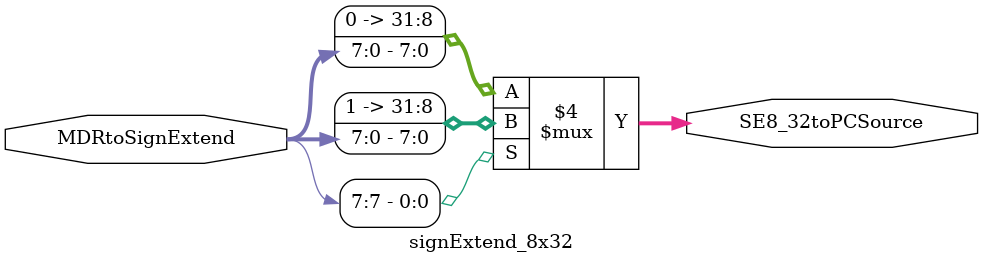
<source format=v>
module signExtend_8x32 (
  input wire [7:0] MDRtoSignExtend,
  output reg [31:0] SE8_32toPCSource
);

  always @(*) begin
    if (MDRtoSignExtend[7] == 1) // Check if the 8th bit (most significant bit) is 1 = negative
      SE8_32toPCSource = {24'b111111111111111111111111, MDRtoSignExtend};
    else // Positive number
      SE8_32toPCSource = {24'b000000000000000000000000, MDRtoSignExtend};
  end

endmodule


// testbench
// `timescale 1ns / 1ps

// module testbench;
//     reg [7:0] MDRtoSignExtend;
//     wire [31:0] SE8_32toPCSource;

//     // Instanciando o módulo signExtend_8x32
//     signExtend_8x32 uut (
//         .MDRtoSignExtend(MDRtoSignExtend),
//         .SE8_32toPCSource(SE8_32toPCSource)
//     );

//     initial begin
//         // Testando com um número positivo
//         MDRtoSignExtend = 8'b00000001;
//         #10;
//         $display("MDRtoSignExtend = %b, SE8_32toPCSource = %b", MDRtoSignExtend, SE8_32toPCSource);

//         // Testando com um número negativo
//         MDRtoSignExtend = 8'b10000001;
//         #10;
//         $display("MDRtoSignExtend = %b, SE8_32toPCSource = %b", MDRtoSignExtend, SE8_32toPCSource);

//         // Testando com zero
//         MDRtoSignExtend = 8'b00000000;
//         #10;
//         $display("MDRtoSignExtend = %b, SE8_32toPCSource = %b", MDRtoSignExtend, SE8_32toPCSource);

//         // Testando com todos os bits setados
//         MDRtoSignExtend = 8'b11111111;
//         #10;
//         $display("MDRtoSignExtend = %b, SE8_32toPCSource = %b", MDRtoSignExtend, SE8_32toPCSource);

//         $finish;
//     end
// endmodule

// MDRtoSignExtend = 00000001, SE8_32toPCSource = 00000000000000000000000000000001
// MDRtoSignExtend = 10000001, SE8_32toPCSource = 11111111111111111111111110000001
// MDRtoSignExtend = 00000000, SE8_32toPCSource = 00000000000000000000000000000000
// MDRtoSignExtend = 11111111, SE8_32toPCSource = 11111111111111111111111111111111
</source>
